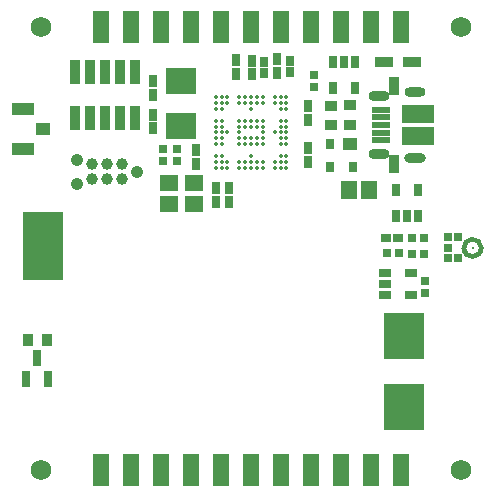
<source format=gts>
G04*
G04 #@! TF.GenerationSoftware,Altium Limited,Altium Designer,19.0.15 (446)*
G04*
G04 Layer_Color=20142*
%FSLAX25Y25*%
%MOIN*%
G70*
G01*
G75*
%ADD40C,0.01800*%
%ADD41C,0.03900*%
%ADD42R,0.02855X0.03162*%
%ADD43C,0.00394*%
%ADD44R,0.03162X0.04147*%
%ADD45R,0.04147X0.03162*%
%ADD46R,0.03162X0.05524*%
%ADD47R,0.03162X0.03556*%
%ADD48R,0.05131X0.03950*%
%ADD49R,0.03556X0.04147*%
%ADD50R,0.02572X0.02965*%
%ADD51R,0.03700X0.08300*%
%ADD52R,0.06115X0.03556*%
%ADD53R,0.06312X0.05721*%
%ADD54R,0.02769X0.03359*%
%ADD55R,0.10249X0.08674*%
%ADD56C,0.01400*%
%ADD57R,0.03556X0.06410*%
%ADD58R,0.10642X0.06410*%
%ADD59R,0.06312X0.02375*%
%ADD60R,0.07493X0.03950*%
%ADD61R,0.03359X0.02769*%
%ADD62R,0.05721X0.06312*%
%ADD63R,0.04147X0.03556*%
%ADD64R,0.02965X0.02572*%
%ADD65R,0.13300X0.15800*%
%ADD66R,0.13800X0.22800*%
%ADD67C,0.04200*%
%ADD68C,0.00800*%
%ADD69R,0.05800X0.10800*%
%ADD70O,0.07099X0.03556*%
%ADD71O,0.07296X0.03162*%
%ADD72O,0.07099X0.03162*%
%ADD73C,0.06800*%
D40*
X76736Y-73457D02*
G03*
X70941Y-73784I-2906J0D01*
G01*
D02*
G03*
X76736Y-73457I2888J327D01*
G01*
D41*
X-42900Y-45600D02*
D03*
Y-50600D02*
D03*
X-47900Y-45600D02*
D03*
X-52900Y-50600D02*
D03*
Y-45600D02*
D03*
X-47900Y-50600D02*
D03*
D42*
X65664Y-77000D02*
D03*
X68900D02*
D03*
Y-69913D02*
D03*
X65664D02*
D03*
Y-73457D02*
D03*
D43*
X73829Y-76410D02*
D03*
D44*
X34740Y-11422D02*
D03*
X31000D02*
D03*
X27260D02*
D03*
Y-20280D02*
D03*
X34740D02*
D03*
X-32800Y-33564D02*
D03*
Y-29036D02*
D03*
X48260Y-62929D02*
D03*
X52000D02*
D03*
X55740D02*
D03*
Y-54071D02*
D03*
X48260D02*
D03*
X-7300Y-53536D02*
D03*
Y-58064D02*
D03*
X-11700Y-53536D02*
D03*
Y-58064D02*
D03*
X-18200Y-40936D02*
D03*
Y-45464D02*
D03*
X-5100Y-15414D02*
D03*
Y-10887D02*
D03*
X19000Y-40236D02*
D03*
Y-44764D02*
D03*
Y-30764D02*
D03*
Y-26236D02*
D03*
X8800Y-10536D02*
D03*
Y-15064D02*
D03*
X200Y-15564D02*
D03*
Y-11036D02*
D03*
X-32800Y-17936D02*
D03*
Y-22464D02*
D03*
D45*
X44571Y-81760D02*
D03*
Y-85500D02*
D03*
Y-89240D02*
D03*
X53429D02*
D03*
Y-81760D02*
D03*
D46*
X-75180Y-117200D02*
D03*
X-67700D02*
D03*
X-71440Y-110113D02*
D03*
D47*
X33887Y-46480D02*
D03*
X26400D02*
D03*
Y-39000D02*
D03*
D48*
X33100D02*
D03*
X-69504Y-33800D02*
D03*
D49*
X-74448Y-104200D02*
D03*
X-67952D02*
D03*
D50*
X49169Y-75200D02*
D03*
X45232D02*
D03*
X57495Y-70113D02*
D03*
X53558D02*
D03*
X57495Y-75500D02*
D03*
X53558D02*
D03*
D51*
X-58800Y-30300D02*
D03*
Y-14800D02*
D03*
X-53800Y-30300D02*
D03*
Y-14800D02*
D03*
X-48800Y-30300D02*
D03*
Y-14800D02*
D03*
X-43800Y-30300D02*
D03*
Y-14800D02*
D03*
X-38800Y-30300D02*
D03*
Y-14800D02*
D03*
D52*
X53724Y-11636D02*
D03*
X44276D02*
D03*
D53*
X-19100Y-58845D02*
D03*
Y-51955D02*
D03*
X-27200Y-58845D02*
D03*
Y-51955D02*
D03*
D54*
X4300Y-11530D02*
D03*
Y-15270D02*
D03*
X13000Y-11130D02*
D03*
Y-14870D02*
D03*
D55*
X-23300Y-17820D02*
D03*
Y-32780D02*
D03*
D56*
X11811Y-23189D02*
D03*
Y-25157D02*
D03*
Y-27126D02*
D03*
Y-31063D02*
D03*
Y-33031D02*
D03*
Y-35000D02*
D03*
Y-36968D02*
D03*
Y-38937D02*
D03*
Y-42874D02*
D03*
Y-44842D02*
D03*
Y-46811D02*
D03*
X9843Y-23189D02*
D03*
Y-25157D02*
D03*
Y-27126D02*
D03*
Y-31063D02*
D03*
Y-33031D02*
D03*
Y-35000D02*
D03*
Y-36968D02*
D03*
Y-38937D02*
D03*
Y-42874D02*
D03*
Y-44842D02*
D03*
Y-46811D02*
D03*
X7874Y-23189D02*
D03*
Y-25157D02*
D03*
Y-35000D02*
D03*
Y-44842D02*
D03*
Y-46811D02*
D03*
X3937Y-23189D02*
D03*
Y-25157D02*
D03*
Y-31063D02*
D03*
Y-33031D02*
D03*
Y-35000D02*
D03*
Y-36968D02*
D03*
Y-38937D02*
D03*
Y-44842D02*
D03*
Y-46811D02*
D03*
X1969Y-23189D02*
D03*
Y-25157D02*
D03*
Y-31063D02*
D03*
Y-33031D02*
D03*
Y-36968D02*
D03*
Y-38937D02*
D03*
Y-44842D02*
D03*
Y-46811D02*
D03*
X0Y-23189D02*
D03*
Y-25157D02*
D03*
Y-27126D02*
D03*
Y-31063D02*
D03*
Y-33031D02*
D03*
Y-36968D02*
D03*
Y-38937D02*
D03*
Y-42874D02*
D03*
Y-44842D02*
D03*
Y-46811D02*
D03*
X-1969Y-23189D02*
D03*
Y-25157D02*
D03*
Y-31063D02*
D03*
Y-33031D02*
D03*
Y-36968D02*
D03*
Y-38937D02*
D03*
Y-44842D02*
D03*
Y-46811D02*
D03*
X-3937Y-23189D02*
D03*
Y-25157D02*
D03*
Y-31063D02*
D03*
Y-33031D02*
D03*
Y-35000D02*
D03*
Y-36968D02*
D03*
Y-38937D02*
D03*
Y-44842D02*
D03*
Y-46811D02*
D03*
X-7874Y-23189D02*
D03*
Y-25157D02*
D03*
Y-35000D02*
D03*
Y-44842D02*
D03*
Y-46811D02*
D03*
X-9843Y-23189D02*
D03*
Y-25157D02*
D03*
Y-27126D02*
D03*
Y-31063D02*
D03*
Y-33031D02*
D03*
Y-35000D02*
D03*
Y-36968D02*
D03*
Y-38937D02*
D03*
Y-42874D02*
D03*
Y-44842D02*
D03*
Y-46811D02*
D03*
X-11811Y-23189D02*
D03*
Y-25157D02*
D03*
Y-27126D02*
D03*
Y-31063D02*
D03*
Y-33031D02*
D03*
Y-35000D02*
D03*
Y-36968D02*
D03*
Y-38937D02*
D03*
Y-42874D02*
D03*
Y-44842D02*
D03*
Y-46811D02*
D03*
D57*
X47653Y-19508D02*
D03*
Y-45492D02*
D03*
D58*
X55527Y-36289D02*
D03*
Y-28711D02*
D03*
D59*
X43239Y-32500D02*
D03*
Y-29941D02*
D03*
Y-27382D02*
D03*
Y-35059D02*
D03*
Y-37618D02*
D03*
D60*
X-76000Y-27107D02*
D03*
Y-40493D02*
D03*
D61*
X48870Y-70113D02*
D03*
X45130D02*
D03*
D62*
X32555Y-54100D02*
D03*
X39445D02*
D03*
D63*
X33100Y-32448D02*
D03*
Y-25952D02*
D03*
X26700Y-32548D02*
D03*
Y-26052D02*
D03*
D64*
X-24600Y-44469D02*
D03*
Y-40532D02*
D03*
X-29500Y-44568D02*
D03*
Y-40631D02*
D03*
X21000Y-15851D02*
D03*
Y-19788D02*
D03*
X58000Y-84563D02*
D03*
Y-88500D02*
D03*
D65*
X51100Y-126500D02*
D03*
X51000Y-103000D02*
D03*
D66*
X-69500Y-73000D02*
D03*
D67*
X-57900Y-44100D02*
D03*
Y-52100D02*
D03*
X-37900Y-48100D02*
D03*
D68*
X73829Y-73457D02*
D03*
D69*
X-50000Y-147500D02*
D03*
Y0D02*
D03*
X-40000D02*
D03*
X-30000D02*
D03*
X-20000D02*
D03*
X-10000D02*
D03*
X0D02*
D03*
X10000D02*
D03*
X20000D02*
D03*
X30000D02*
D03*
X40000D02*
D03*
X50000D02*
D03*
Y-147500D02*
D03*
X40000D02*
D03*
X30000D02*
D03*
X20000D02*
D03*
X10000D02*
D03*
X0D02*
D03*
X-10000D02*
D03*
X-20000D02*
D03*
X-30000D02*
D03*
X-40000D02*
D03*
D70*
X42810Y-22953D02*
D03*
Y-42047D02*
D03*
D71*
X54739Y-43406D02*
D03*
D72*
Y-21595D02*
D03*
D73*
X-70000Y0D02*
D03*
X70000D02*
D03*
Y-147500D02*
D03*
X-70000D02*
D03*
M02*

</source>
